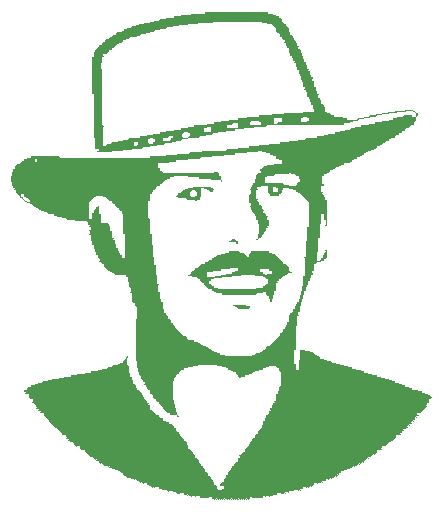
<source format=gbo>
G04*
G04 #@! TF.GenerationSoftware,Altium Limited,Altium Designer,20.2.4 (192)*
G04*
G04 Layer_Color=32896*
%FSLAX25Y25*%
%MOIN*%
G70*
G04*
G04 #@! TF.SameCoordinates,916D3FFB-3ED2-40BB-BA98-F56BCE00B8A7*
G04*
G04*
G04 #@! TF.FilePolarity,Positive*
G04*
G01*
G75*
G36*
X154637Y158025D02*
X155563D01*
Y157716D01*
X155872D01*
Y157407D01*
X156181D01*
Y157098D01*
X156490D01*
Y156789D01*
Y156481D01*
Y156172D01*
X156181D01*
Y155863D01*
X155872D01*
Y156172D01*
Y156481D01*
Y156789D01*
Y157098D01*
X155563D01*
Y157407D01*
Y157716D01*
X154637D01*
Y158025D01*
X152475D01*
Y157716D01*
X149386D01*
Y157407D01*
X148460D01*
Y157098D01*
X146607D01*
Y156789D01*
X144445D01*
Y157098D01*
X145989D01*
Y157407D01*
X146298D01*
Y157716D01*
X148768D01*
Y158025D01*
X152166D01*
Y158334D01*
X154637D01*
Y158025D01*
D02*
G37*
G36*
X144445Y156481D02*
X142592D01*
Y156172D01*
X142283D01*
Y155863D01*
X140429D01*
Y155554D01*
X138576D01*
Y155863D01*
X140121D01*
Y156172D01*
X140429D01*
Y156481D01*
X142283D01*
Y156789D01*
X144445D01*
Y156481D01*
D02*
G37*
G36*
X106456Y190454D02*
Y190145D01*
X108001D01*
Y189836D01*
X109236D01*
Y189527D01*
X110162D01*
Y189218D01*
Y188910D01*
X110780D01*
Y188601D01*
X111089D01*
Y188292D01*
Y187983D01*
Y187674D01*
X111398D01*
Y187365D01*
X111707D01*
Y187057D01*
X112015D01*
Y186748D01*
X112324D01*
Y186439D01*
Y186130D01*
X112633D01*
Y185821D01*
X112942D01*
Y185512D01*
X113251D01*
Y185204D01*
X113560D01*
Y184895D01*
Y184586D01*
Y184277D01*
X113869D01*
Y183968D01*
Y183659D01*
Y183350D01*
X114486D01*
Y183042D01*
X114795D01*
Y182733D01*
Y182424D01*
Y182115D01*
X115104D01*
Y181806D01*
Y181497D01*
X115413D01*
Y181188D01*
X115722D01*
Y180880D01*
Y180571D01*
X116031D01*
Y180262D01*
Y179953D01*
Y179644D01*
X116648D01*
Y179335D01*
X116339D01*
Y179026D01*
Y178718D01*
X116957D01*
Y178409D01*
Y178100D01*
X117266D01*
Y177791D01*
Y177482D01*
Y177173D01*
X117884D01*
Y176865D01*
Y176556D01*
Y176247D01*
X118193D01*
Y175938D01*
Y175629D01*
Y175320D01*
X118501D01*
Y175012D01*
Y174703D01*
Y174394D01*
Y174085D01*
X119119D01*
Y173776D01*
Y173467D01*
Y173158D01*
X119428D01*
Y172850D01*
Y172541D01*
Y172232D01*
Y171923D01*
X120045D01*
Y171614D01*
X119737D01*
Y171305D01*
X120354D01*
Y170996D01*
Y170688D01*
Y170379D01*
Y170070D01*
Y169761D01*
X120663D01*
Y169452D01*
Y169143D01*
X121281D01*
Y168834D01*
Y168526D01*
X120972D01*
Y168217D01*
Y167908D01*
X121590D01*
Y167599D01*
Y167290D01*
Y166981D01*
Y166673D01*
Y166364D01*
X121899D01*
Y166055D01*
Y165746D01*
X122516D01*
Y165437D01*
Y165128D01*
Y164820D01*
Y164511D01*
X122825D01*
Y164202D01*
Y163893D01*
Y163584D01*
X123443D01*
Y163275D01*
X123134D01*
Y162966D01*
Y162657D01*
Y162349D01*
X123752D01*
Y162040D01*
Y161731D01*
Y161422D01*
X124061D01*
Y161113D01*
Y160804D01*
Y160496D01*
Y160187D01*
X124678D01*
Y159878D01*
X124987D01*
Y159569D01*
Y159260D01*
X125296D01*
Y158951D01*
Y158642D01*
Y158334D01*
Y158025D01*
Y157716D01*
X126223D01*
Y157407D01*
Y157098D01*
X127149D01*
Y156789D01*
X127458D01*
Y156481D01*
X128384D01*
Y156172D01*
Y155863D01*
X131473D01*
Y155554D01*
X132708D01*
Y155245D01*
Y154936D01*
X136106D01*
Y155245D01*
X136415D01*
Y155554D01*
X138576D01*
Y155245D01*
X136723D01*
Y154936D01*
X136415D01*
Y154628D01*
X134870D01*
Y154319D01*
X133635D01*
Y154010D01*
X131782D01*
Y153701D01*
Y153392D01*
X126223D01*
Y153083D01*
X125914D01*
Y153392D01*
X113560D01*
Y153083D01*
X106147D01*
Y152774D01*
X105839D01*
Y152465D01*
X101823D01*
Y152157D01*
X98426D01*
Y151848D01*
X95338D01*
Y151539D01*
Y151230D01*
X92249D01*
Y150921D01*
X89778D01*
Y150612D01*
X87925D01*
Y150304D01*
X87616D01*
Y149995D01*
X85763D01*
Y149686D01*
X83601D01*
Y149377D01*
X83293D01*
Y149068D01*
X81439D01*
Y148759D01*
X79586D01*
Y148451D01*
X77733D01*
Y148142D01*
X77424D01*
Y147833D01*
X75880D01*
Y147524D01*
X74336D01*
Y147215D01*
X72174D01*
Y146906D01*
X71865D01*
Y146597D01*
X69394D01*
Y146289D01*
X66924D01*
Y145980D01*
X64762D01*
Y145671D01*
X64453D01*
Y145362D01*
X61055D01*
Y145053D01*
X57967D01*
Y144744D01*
Y144436D01*
X54261D01*
Y144127D01*
X49319D01*
Y144436D01*
X49937D01*
Y144744D01*
Y145053D01*
Y145362D01*
X48702D01*
Y145671D01*
Y145980D01*
Y146289D01*
Y146597D01*
Y146906D01*
Y147215D01*
Y147524D01*
Y147833D01*
Y148142D01*
Y148451D01*
Y148759D01*
Y149068D01*
X48393D01*
Y149377D01*
Y149686D01*
Y149995D01*
Y150304D01*
Y150612D01*
Y150921D01*
Y151230D01*
Y151539D01*
Y151848D01*
Y152157D01*
Y152465D01*
Y152774D01*
Y153083D01*
Y153392D01*
Y153701D01*
Y154010D01*
Y154319D01*
Y154628D01*
Y154936D01*
Y155245D01*
Y155554D01*
Y155863D01*
Y156172D01*
Y156481D01*
Y156789D01*
Y157098D01*
Y157407D01*
Y157716D01*
Y158025D01*
Y158334D01*
Y158642D01*
Y158951D01*
Y159260D01*
Y159569D01*
Y159878D01*
Y160187D01*
Y160496D01*
Y160804D01*
Y161113D01*
Y161422D01*
Y161731D01*
Y162040D01*
Y162349D01*
Y162657D01*
Y162966D01*
Y163275D01*
Y163584D01*
X47775D01*
Y163893D01*
Y164202D01*
Y164511D01*
Y164820D01*
Y165128D01*
Y165437D01*
Y165746D01*
Y166055D01*
Y166364D01*
Y166673D01*
Y166981D01*
Y167290D01*
Y167599D01*
Y167908D01*
Y168217D01*
Y168526D01*
Y168834D01*
Y169143D01*
Y169452D01*
Y169761D01*
Y170070D01*
Y170379D01*
Y170688D01*
Y170996D01*
Y171305D01*
Y171614D01*
Y171923D01*
Y172232D01*
Y172541D01*
Y172850D01*
Y173158D01*
Y173467D01*
Y173776D01*
Y174085D01*
Y174394D01*
Y174703D01*
Y175012D01*
Y175320D01*
Y175629D01*
Y175938D01*
X48393D01*
Y176247D01*
Y176556D01*
Y176865D01*
Y177173D01*
Y177482D01*
X48702D01*
Y177791D01*
Y178100D01*
Y178409D01*
X49010D01*
Y178718D01*
X49319D01*
Y179026D01*
X49628D01*
Y179335D01*
X49937D01*
Y179644D01*
X50246D01*
Y179953D01*
X51172D01*
Y180262D01*
Y180571D01*
X51481D01*
Y180880D01*
X52099D01*
Y181188D01*
Y181497D01*
X52408D01*
Y181806D01*
X53334D01*
Y182115D01*
X53643D01*
Y182424D01*
X53952D01*
Y182733D01*
X54261D01*
Y183042D01*
X54878D01*
Y183350D01*
X55805D01*
Y183659D01*
Y183968D01*
X56114D01*
Y184277D01*
X57658D01*
Y184586D01*
X58276D01*
Y184895D01*
Y185204D01*
X59511D01*
Y185512D01*
X60747D01*
Y185821D01*
X61055D01*
Y186130D01*
X62291D01*
Y186439D01*
X63526D01*
Y186748D01*
X65070D01*
Y187057D01*
Y187365D01*
X66924D01*
Y187674D01*
X68468D01*
Y187983D01*
X70012D01*
Y188292D01*
X70321D01*
Y188601D01*
X72483D01*
Y188910D01*
X74954D01*
Y189218D01*
Y189527D01*
X77424D01*
Y189836D01*
X80822D01*
Y190145D01*
X85454D01*
Y190454D01*
Y190763D01*
X106456D01*
Y190454D01*
D02*
G37*
G36*
X154328Y156172D02*
Y155863D01*
X155872D01*
Y155554D01*
Y155245D01*
Y154936D01*
Y154628D01*
X155563D01*
Y154319D01*
X154945D01*
Y154010D01*
Y153701D01*
Y153392D01*
X154637D01*
Y153083D01*
X154019D01*
Y152774D01*
X153710D01*
Y152465D01*
X153401D01*
Y152157D01*
X152475D01*
Y151848D01*
X152166D01*
Y151539D01*
Y151230D01*
X151239D01*
Y150921D01*
X150930D01*
Y150612D01*
X150004D01*
Y150304D01*
Y149995D01*
X149077D01*
Y149686D01*
X148768D01*
Y149377D01*
Y149068D01*
X147842D01*
Y148759D01*
X147533D01*
Y148451D01*
X146607D01*
Y148142D01*
Y147833D01*
X145680D01*
Y147524D01*
X145371D01*
Y147215D01*
X144753D01*
Y146906D01*
X144445D01*
Y146597D01*
X143827D01*
Y146289D01*
X142900D01*
Y145980D01*
X142592D01*
Y145671D01*
X142283D01*
Y145362D01*
X141665D01*
Y145053D01*
X140738D01*
Y144744D01*
Y144436D01*
X139812D01*
Y144127D01*
X139194D01*
Y143818D01*
X138268D01*
Y143509D01*
Y143200D01*
X137650D01*
Y142891D01*
X137032D01*
Y142582D01*
X136106D01*
Y142273D01*
Y141965D01*
X135179D01*
Y141656D01*
X134561D01*
Y141347D01*
X134253D01*
Y141038D01*
X133635D01*
Y140729D01*
X132399D01*
Y140420D01*
X131782D01*
Y140112D01*
Y139803D01*
X130855D01*
Y139494D01*
X130237D01*
Y139185D01*
X129002D01*
Y138876D01*
X128693D01*
Y138567D01*
X128076D01*
Y138259D01*
X127149D01*
Y137950D01*
Y137641D01*
X126840D01*
Y137332D01*
X125914D01*
Y137023D01*
X124987D01*
Y136714D01*
Y136405D01*
X124369D01*
Y136097D01*
Y135788D01*
Y135479D01*
Y135170D01*
Y134861D01*
Y134552D01*
Y134243D01*
Y133935D01*
Y133626D01*
X124987D01*
Y133317D01*
Y133008D01*
X124061D01*
Y132699D01*
Y132390D01*
Y132081D01*
Y131773D01*
Y131464D01*
Y131155D01*
Y130846D01*
X124678D01*
Y130537D01*
X124369D01*
Y130228D01*
X124678D01*
Y129920D01*
X124987D01*
Y129611D01*
Y129302D01*
X125296D01*
Y128993D01*
Y128684D01*
Y128375D01*
X125914D01*
Y128067D01*
Y127758D01*
Y127449D01*
X126223D01*
Y127140D01*
Y126831D01*
Y126522D01*
Y126213D01*
Y125905D01*
Y125596D01*
Y125287D01*
Y124978D01*
Y124669D01*
Y124360D01*
Y124051D01*
Y123743D01*
Y123434D01*
Y123125D01*
Y122816D01*
Y122507D01*
Y122198D01*
Y121889D01*
Y121581D01*
Y121272D01*
Y120963D01*
Y120654D01*
Y120345D01*
Y120036D01*
Y119728D01*
Y119419D01*
Y119110D01*
Y118801D01*
Y118492D01*
Y118183D01*
Y117875D01*
Y117566D01*
Y117257D01*
Y116948D01*
Y116639D01*
Y116330D01*
Y116021D01*
Y115712D01*
Y115404D01*
Y115095D01*
Y114786D01*
Y114477D01*
Y114168D01*
Y113859D01*
Y113551D01*
Y113242D01*
Y112933D01*
Y112624D01*
Y112315D01*
Y112006D01*
Y111697D01*
Y111389D01*
Y111080D01*
Y110771D01*
Y110462D01*
Y110153D01*
Y109844D01*
Y109536D01*
Y109227D01*
X125914D01*
Y108918D01*
X125605D01*
Y108609D01*
X124987D01*
Y108300D01*
Y107991D01*
X124061D01*
Y107683D01*
X122825D01*
Y107374D01*
X122516D01*
Y107065D01*
Y106756D01*
X121899D01*
Y106447D01*
Y106138D01*
Y105829D01*
X121590D01*
Y105520D01*
Y105212D01*
Y104903D01*
Y104594D01*
X120972D01*
Y104285D01*
Y103976D01*
X121281D01*
Y103667D01*
Y103359D01*
X120663D01*
Y103050D01*
Y102741D01*
Y102432D01*
Y102123D01*
X120354D01*
Y101814D01*
Y101505D01*
Y101197D01*
X119737D01*
Y100888D01*
Y100579D01*
Y100270D01*
Y99961D01*
X119428D01*
Y99652D01*
Y99344D01*
X119119D01*
Y99035D01*
Y98726D01*
Y98417D01*
Y98108D01*
Y97799D01*
X118501D01*
Y97490D01*
Y97182D01*
Y96873D01*
Y96564D01*
X118193D01*
Y96255D01*
Y95946D01*
Y95637D01*
Y95328D01*
X117884D01*
Y95020D01*
Y94711D01*
Y94402D01*
Y94093D01*
X117266D01*
Y93784D01*
Y93475D01*
Y93167D01*
Y92858D01*
X116957D01*
Y92549D01*
Y92240D01*
Y91931D01*
Y91622D01*
Y91313D01*
Y91005D01*
X116339D01*
Y90696D01*
Y90387D01*
Y90078D01*
Y89769D01*
X116648D01*
Y89460D01*
X116031D01*
Y89152D01*
Y88843D01*
Y88534D01*
Y88225D01*
Y87916D01*
Y87607D01*
Y87299D01*
Y86990D01*
Y86681D01*
Y86372D01*
X115722D01*
Y86063D01*
Y85754D01*
Y85445D01*
Y85136D01*
Y84828D01*
Y84519D01*
Y84210D01*
Y83901D01*
Y83592D01*
Y83283D01*
Y82975D01*
Y82666D01*
Y82357D01*
Y82048D01*
Y81739D01*
Y81430D01*
Y81121D01*
Y80813D01*
Y80504D01*
Y80195D01*
Y79886D01*
Y79577D01*
Y79268D01*
Y78960D01*
Y78651D01*
Y78342D01*
X115104D01*
Y78033D01*
Y77724D01*
Y77415D01*
Y77106D01*
Y76798D01*
Y76489D01*
Y76180D01*
Y75871D01*
Y75562D01*
Y75253D01*
Y74945D01*
Y74636D01*
Y74327D01*
Y74018D01*
Y73709D01*
X115722D01*
Y73400D01*
Y73091D01*
Y72783D01*
Y72474D01*
Y72165D01*
Y71856D01*
Y71547D01*
X116648D01*
Y71856D01*
Y72165D01*
Y72474D01*
Y72783D01*
Y73091D01*
Y73400D01*
Y73709D01*
Y74018D01*
Y74327D01*
Y74636D01*
Y74945D01*
X116957D01*
Y75253D01*
Y75562D01*
Y75871D01*
Y76180D01*
Y76489D01*
Y76798D01*
Y77106D01*
Y77415D01*
Y77724D01*
Y78033D01*
Y78342D01*
X118810D01*
Y78033D01*
X120354D01*
Y77724D01*
Y77415D01*
X121281D01*
Y77106D01*
X121899D01*
Y76798D01*
X122207D01*
Y76489D01*
X122825D01*
Y76180D01*
X123443D01*
Y75871D01*
X123752D01*
Y75562D01*
Y75253D01*
X124987D01*
Y74945D01*
X126223D01*
Y74636D01*
X127458D01*
Y74327D01*
X127767D01*
Y74018D01*
X129002D01*
Y73709D01*
X130546D01*
Y73400D01*
X130855D01*
Y73091D01*
X131782D01*
Y72783D01*
X133017D01*
Y72474D01*
X134253D01*
Y72165D01*
X134561D01*
Y71856D01*
X135797D01*
Y71547D01*
X137341D01*
Y71238D01*
X138576D01*
Y70929D01*
Y70621D01*
X139812D01*
Y70312D01*
X141047D01*
Y70003D01*
X142900D01*
Y69694D01*
Y69385D01*
X144136D01*
Y69076D01*
X145371D01*
Y68767D01*
Y68459D01*
X146607D01*
Y68150D01*
X147842D01*
Y67841D01*
X148768D01*
Y67532D01*
Y67223D01*
X150004D01*
Y66914D01*
X150930D01*
Y66606D01*
X152166D01*
Y66297D01*
Y65988D01*
X153401D01*
Y65679D01*
X154328D01*
Y65370D01*
Y65061D01*
X155563D01*
Y64753D01*
X156490D01*
Y64444D01*
X157725D01*
Y64135D01*
Y63826D01*
X158652D01*
Y63517D01*
X159887D01*
Y63208D01*
X160505D01*
Y62899D01*
X160814D01*
Y62591D01*
X161122D01*
Y62282D01*
X160814D01*
Y61973D01*
X160196D01*
Y61664D01*
Y61355D01*
Y61046D01*
Y60738D01*
X159887D01*
Y60429D01*
X159578D01*
Y60120D01*
X159269D01*
Y59811D01*
X158960D01*
Y59502D01*
X159269D01*
Y59193D01*
X158960D01*
Y58884D01*
X158652D01*
Y58575D01*
X158343D01*
Y58267D01*
X158034D01*
Y57958D01*
X157725D01*
Y57649D01*
X157416D01*
Y57340D01*
X156181D01*
Y57031D01*
Y56722D01*
Y56414D01*
X156799D01*
Y56105D01*
X155872D01*
Y55796D01*
X156181D01*
Y55487D01*
X155872D01*
Y55796D01*
X155563D01*
Y55487D01*
X155254D01*
Y55178D01*
X155563D01*
Y54869D01*
X154637D01*
Y54561D01*
X154945D01*
Y54252D01*
X154637D01*
Y54561D01*
X154328D01*
Y54252D01*
X154019D01*
Y53943D01*
X154328D01*
Y53634D01*
X153401D01*
Y53325D01*
X153710D01*
Y53016D01*
X153401D01*
Y53325D01*
X153092D01*
Y53016D01*
X152784D01*
Y52707D01*
X153092D01*
Y52399D01*
X152166D01*
Y52090D01*
X152475D01*
Y51781D01*
X151548D01*
Y51472D01*
X151857D01*
Y51163D01*
X150930D01*
Y50854D01*
X151239D01*
Y50546D01*
X150313D01*
Y50237D01*
X150622D01*
Y49928D01*
X149077D01*
Y49619D01*
Y49310D01*
Y49001D01*
X148768D01*
Y48692D01*
X148460D01*
Y48384D01*
X148151D01*
Y48075D01*
X147842D01*
Y47766D01*
X147533D01*
Y47457D01*
X147224D01*
Y47148D01*
X146915D01*
Y47457D01*
X146607D01*
Y47148D01*
X146298D01*
Y46839D01*
X145989D01*
Y46530D01*
X145680D01*
Y46222D01*
X144445D01*
Y45913D01*
Y45604D01*
X144136D01*
Y45295D01*
X144445D01*
Y44986D01*
X142592D01*
Y44677D01*
Y44368D01*
Y44060D01*
Y43751D01*
X142283D01*
Y43442D01*
X141974D01*
Y43133D01*
X141665D01*
Y43442D01*
X141356D01*
Y43133D01*
X141047D01*
Y42824D01*
X140738D01*
Y42515D01*
X139812D01*
Y42207D01*
X140121D01*
Y41898D01*
X139812D01*
Y42207D01*
X139503D01*
Y41898D01*
X139194D01*
Y41589D01*
X138885D01*
Y41280D01*
X138576D01*
Y40971D01*
X138268D01*
Y40662D01*
X137959D01*
Y40971D01*
X137650D01*
Y40662D01*
X137341D01*
Y40353D01*
X137032D01*
Y40662D01*
X136723D01*
Y40353D01*
X137032D01*
Y40045D01*
X136723D01*
Y40353D01*
X136415D01*
Y40045D01*
X136106D01*
Y39736D01*
X136415D01*
Y39427D01*
X136106D01*
Y39736D01*
X135797D01*
Y39427D01*
X135488D01*
Y39118D01*
X135179D01*
Y39427D01*
X134870D01*
Y39118D01*
X134561D01*
Y38809D01*
X133635D01*
Y38500D01*
X132708D01*
Y38192D01*
X131782D01*
Y37883D01*
X130855D01*
Y37574D01*
Y37265D01*
X129929D01*
Y36956D01*
Y36647D01*
X129620D01*
Y36956D01*
X129311D01*
Y36647D01*
X129620D01*
Y36338D01*
X129311D01*
Y36030D01*
X129002D01*
Y36338D01*
X128693D01*
Y36030D01*
X128384D01*
Y35721D01*
X127458D01*
Y35412D01*
X127767D01*
Y35103D01*
X127458D01*
Y35412D01*
X127149D01*
Y35721D01*
X126840D01*
Y35412D01*
X127149D01*
Y35103D01*
X126840D01*
Y34794D01*
X126531D01*
Y35103D01*
X126223D01*
Y34794D01*
X125914D01*
Y35103D01*
X125605D01*
Y34794D01*
Y34485D01*
X124369D01*
Y34176D01*
X124678D01*
Y33868D01*
X124369D01*
Y34176D01*
X124061D01*
Y33868D01*
X123134D01*
Y33559D01*
X122825D01*
Y33868D01*
X121899D01*
Y33559D01*
Y33250D01*
X121281D01*
Y32941D01*
X120972D01*
Y32632D01*
X120663D01*
Y32941D01*
X120354D01*
Y32632D01*
X120045D01*
Y32323D01*
X119737D01*
Y32632D01*
X119428D01*
Y32323D01*
X119119D01*
Y32632D01*
X118193D01*
Y32323D01*
Y32015D01*
X116957D01*
Y31706D01*
X117266D01*
Y31397D01*
X116957D01*
Y31706D01*
X116648D01*
Y31397D01*
X116339D01*
Y31706D01*
X115104D01*
Y31397D01*
Y31088D01*
X114486D01*
Y31397D01*
X113560D01*
Y31088D01*
Y30779D01*
X113251D01*
Y30470D01*
X112942D01*
Y30779D01*
X112015D01*
Y30470D01*
X112324D01*
Y30161D01*
X112015D01*
Y30470D01*
X111707D01*
Y30161D01*
X110780D01*
Y30470D01*
X109545D01*
Y30161D01*
Y29853D01*
X109236D01*
Y30161D01*
X108927D01*
Y29853D01*
X109236D01*
Y29544D01*
X108927D01*
Y29853D01*
X108001D01*
Y29544D01*
X107074D01*
Y29235D01*
X106765D01*
Y29544D01*
X105839D01*
Y29235D01*
X105530D01*
Y29544D01*
X104603D01*
Y29235D01*
Y28926D01*
X101206D01*
Y29235D01*
X100279D01*
Y28926D01*
Y28617D01*
X99970D01*
Y28308D01*
X99661D01*
Y28617D01*
X99353D01*
Y28926D01*
X99044D01*
Y28617D01*
X99353D01*
Y28308D01*
X99044D01*
Y28617D01*
X98735D01*
Y28308D01*
X98426D01*
Y28617D01*
X98117D01*
Y28308D01*
X97808D01*
Y28617D01*
X97500D01*
Y28308D01*
X97191D01*
Y28617D01*
X96882D01*
Y28926D01*
X96573D01*
Y28617D01*
X96882D01*
Y28308D01*
X96573D01*
Y28617D01*
X96264D01*
Y28308D01*
X95955D01*
Y28617D01*
X95647D01*
Y28308D01*
X95338D01*
Y28617D01*
X95029D01*
Y28308D01*
X94720D01*
Y28617D01*
X94411D01*
Y28926D01*
X94102D01*
Y28617D01*
X94411D01*
Y28308D01*
X94102D01*
Y28617D01*
X93793D01*
Y28308D01*
X93484D01*
Y28617D01*
X93176D01*
Y28308D01*
X92867D01*
Y28617D01*
X92558D01*
Y28308D01*
X92249D01*
Y28617D01*
X91940D01*
Y28926D01*
X91632D01*
Y28617D01*
X91940D01*
Y28308D01*
X91632D01*
Y28617D01*
X91323D01*
Y28308D01*
X91014D01*
Y28617D01*
X90705D01*
Y28308D01*
X90396D01*
Y28617D01*
X90087D01*
Y28308D01*
X89778D01*
Y28617D01*
X89469D01*
Y28926D01*
X89161D01*
Y28617D01*
X89469D01*
Y28308D01*
X89161D01*
Y28617D01*
X88852D01*
Y28308D01*
X88543D01*
Y28617D01*
X88234D01*
Y28308D01*
X87925D01*
Y28617D01*
X87616D01*
Y28926D01*
Y29235D01*
X86690D01*
Y28926D01*
X83601D01*
Y29235D01*
Y29544D01*
X82366D01*
Y29235D01*
X82057D01*
Y29544D01*
X81131D01*
Y29235D01*
X80822D01*
Y29544D01*
X80204D01*
Y29853D01*
X79586D01*
Y30161D01*
X79277D01*
Y29853D01*
X79586D01*
Y29544D01*
X79277D01*
Y29853D01*
X78351D01*
Y30161D01*
Y30470D01*
X77116D01*
Y30161D01*
X76189D01*
Y30470D01*
X75880D01*
Y30779D01*
X74645D01*
Y31088D01*
Y31397D01*
X73718D01*
Y31088D01*
X73409D01*
Y31397D01*
X73101D01*
Y31088D01*
X73409D01*
Y30779D01*
X73101D01*
Y31088D01*
X72792D01*
Y31397D01*
Y31706D01*
X71556D01*
Y31397D01*
X71248D01*
Y31706D01*
X70939D01*
Y32015D01*
X70012D01*
Y32323D01*
Y32632D01*
X68777D01*
Y32323D01*
X68468D01*
Y32632D01*
X68159D01*
Y32323D01*
X67850D01*
Y32632D01*
X67541D01*
Y32941D01*
X67232D01*
Y32632D01*
X66924D01*
Y32941D01*
X66615D01*
Y33250D01*
X65997D01*
Y33559D01*
Y33868D01*
X65070D01*
Y33559D01*
X64762D01*
Y33868D01*
X64453D01*
Y34176D01*
X64144D01*
Y33868D01*
X63835D01*
Y34176D01*
X63526D01*
Y34485D01*
X62600D01*
Y34794D01*
X62291D01*
Y35103D01*
X61982D01*
Y34794D01*
X61673D01*
Y35103D01*
X60747D01*
Y35412D01*
X60438D01*
Y35721D01*
X59511D01*
Y36030D01*
X59202D01*
Y36338D01*
X58276D01*
Y36647D01*
X57967D01*
Y36956D01*
Y37265D01*
X57349D01*
Y37574D01*
X57040D01*
Y37883D01*
X56423D01*
Y38192D01*
X55496D01*
Y38500D01*
X54261D01*
Y38809D01*
X53334D01*
Y39118D01*
X53025D01*
Y39427D01*
X52716D01*
Y39736D01*
X52408D01*
Y39427D01*
X52099D01*
Y39736D01*
X51790D01*
Y40045D01*
X51481D01*
Y40353D01*
X51172D01*
Y40662D01*
X50863D01*
Y40353D01*
X50555D01*
Y40662D01*
X50246D01*
Y40971D01*
X49937D01*
Y41280D01*
X49010D01*
Y41589D01*
X48702D01*
Y41898D01*
X48393D01*
Y42207D01*
X48084D01*
Y42515D01*
X47157D01*
Y42824D01*
X46848D01*
Y43133D01*
X46540D01*
Y43442D01*
X46231D01*
Y43751D01*
X45304D01*
Y44060D01*
X45613D01*
Y44368D01*
X45304D01*
Y44677D01*
Y44986D01*
X44069D01*
Y45295D01*
X43760D01*
Y45604D01*
Y45913D01*
Y46222D01*
X42833D01*
Y45913D01*
X42524D01*
Y46222D01*
X42216D01*
Y46530D01*
X41907D01*
Y46839D01*
X41598D01*
Y47148D01*
X41289D01*
Y47457D01*
X40363D01*
Y47766D01*
X40671D01*
Y48075D01*
X39745D01*
Y48384D01*
X40054D01*
Y48692D01*
X39127D01*
Y49001D01*
X39436D01*
Y49310D01*
X39127D01*
Y49619D01*
Y49928D01*
X37892D01*
Y50237D01*
X37583D01*
Y50546D01*
X37274D01*
Y50854D01*
X36965D01*
Y51163D01*
X36656D01*
Y51472D01*
X36348D01*
Y51781D01*
X36039D01*
Y52090D01*
X35730D01*
Y52399D01*
X35421D01*
Y52707D01*
X35112D01*
Y53016D01*
X34803D01*
Y53325D01*
X34495D01*
Y53634D01*
X34186D01*
Y53943D01*
X33877D01*
Y54252D01*
X33568D01*
Y54561D01*
X33259D01*
Y54869D01*
X32950D01*
Y55178D01*
X32641D01*
Y55487D01*
X32333D01*
Y55796D01*
X32024D01*
Y56105D01*
X31715D01*
Y56414D01*
Y56722D01*
Y57031D01*
Y57340D01*
X30479D01*
Y57649D01*
X30788D01*
Y57958D01*
X29862D01*
Y58267D01*
X30171D01*
Y58575D01*
X29244D01*
Y58884D01*
X29553D01*
Y59193D01*
X28935D01*
Y59502D01*
Y59811D01*
X28626D01*
Y60120D01*
X28317D01*
Y60429D01*
X28009D01*
Y60738D01*
X27700D01*
Y61046D01*
X28009D01*
Y61355D01*
Y61664D01*
Y61973D01*
X27082D01*
Y62282D01*
X26773D01*
Y62591D01*
Y62899D01*
Y63208D01*
Y63517D01*
X25538D01*
Y63826D01*
X25847D01*
Y64135D01*
X24920D01*
Y64444D01*
X25229D01*
Y64753D01*
X25847D01*
Y65061D01*
X26155D01*
Y65370D01*
Y65679D01*
X26464D01*
Y65988D01*
X27391D01*
Y66297D01*
Y66606D01*
X28626D01*
Y66914D01*
X29862D01*
Y67223D01*
X31097D01*
Y67532D01*
X31406D01*
Y67841D01*
X32950D01*
Y68150D01*
X34495D01*
Y68459D01*
X36656D01*
Y68767D01*
Y69076D01*
X38510D01*
Y69385D01*
X40671D01*
Y69694D01*
Y70003D01*
X42833D01*
Y70312D01*
X45304D01*
Y70621D01*
X47466D01*
Y70929D01*
Y71238D01*
X49628D01*
Y71547D01*
X51172D01*
Y71856D01*
X52716D01*
Y72165D01*
X53025D01*
Y72474D01*
X54261D01*
Y72783D01*
X54878D01*
Y73091D01*
X55805D01*
Y73400D01*
X56423D01*
Y73709D01*
X57040D01*
Y74018D01*
X57967D01*
Y74327D01*
Y74636D01*
X58276D01*
Y74945D01*
X58894D01*
Y75253D01*
X59202D01*
Y75562D01*
Y75871D01*
X59511D01*
Y76180D01*
X59820D01*
Y75871D01*
Y75562D01*
X59511D01*
Y75253D01*
Y74945D01*
Y74636D01*
Y74327D01*
Y74018D01*
Y73709D01*
Y73400D01*
Y73091D01*
X59820D01*
Y72783D01*
X60129D01*
Y72474D01*
Y72165D01*
Y71856D01*
Y71547D01*
Y71238D01*
Y70929D01*
Y70621D01*
X60438D01*
Y70312D01*
Y70003D01*
Y69694D01*
Y69385D01*
X61055D01*
Y69076D01*
Y68767D01*
Y68459D01*
Y68150D01*
X61364D01*
Y67841D01*
Y67532D01*
Y67223D01*
Y66914D01*
X61982D01*
Y66606D01*
X62291D01*
Y66297D01*
Y65988D01*
Y65679D01*
X62600D01*
Y65370D01*
X62909D01*
Y65061D01*
X63217D01*
Y64753D01*
X63526D01*
Y64444D01*
X63835D01*
Y64135D01*
X64144D01*
Y63826D01*
X64453D01*
Y63517D01*
Y63208D01*
X64762D01*
Y62899D01*
Y62591D01*
X65070D01*
Y62282D01*
Y61973D01*
X65379D01*
Y61664D01*
X65688D01*
Y61355D01*
X65997D01*
Y61046D01*
Y60738D01*
Y60429D01*
X66615D01*
Y60120D01*
X66306D01*
Y59811D01*
X66924D01*
Y59502D01*
Y59193D01*
X67232D01*
Y58884D01*
Y58575D01*
Y58267D01*
X67850D01*
Y57958D01*
X68159D01*
Y57649D01*
X68468D01*
Y57340D01*
X68777D01*
Y57031D01*
X69086D01*
Y56722D01*
X69394D01*
Y56414D01*
X70012D01*
Y56105D01*
Y55796D01*
X70321D01*
Y55487D01*
X71248D01*
Y55178D01*
X71556D01*
Y54869D01*
Y54561D01*
X72483D01*
Y54252D01*
X73409D01*
Y53943D01*
Y53634D01*
X74336D01*
Y53325D01*
X74645D01*
Y53016D01*
X74954D01*
Y52707D01*
Y52399D01*
X75571D01*
Y52090D01*
X75880D01*
Y51781D01*
Y51472D01*
Y51163D01*
X76189D01*
Y50854D01*
X76807D01*
Y50546D01*
Y50237D01*
X77116D01*
Y49928D01*
Y49619D01*
X77424D01*
Y49310D01*
X77733D01*
Y49001D01*
X78042D01*
Y48692D01*
X78351D01*
Y48384D01*
Y48075D01*
Y47766D01*
X78969D01*
Y47457D01*
X79277D01*
Y47148D01*
Y46839D01*
Y46530D01*
X79586D01*
Y46222D01*
X79895D01*
Y45913D01*
Y45604D01*
Y45295D01*
X80513D01*
Y44986D01*
X80822D01*
Y44677D01*
X81131D01*
Y44368D01*
X81439D01*
Y44060D01*
X81131D01*
Y43751D01*
X81439D01*
Y43442D01*
X81748D01*
Y43133D01*
X82057D01*
Y42824D01*
Y42515D01*
Y42207D01*
X82675D01*
Y41898D01*
X82984D01*
Y41589D01*
X83293D01*
Y41280D01*
Y40971D01*
Y40662D01*
X83910D01*
Y40353D01*
X84219D01*
Y40045D01*
Y39736D01*
Y39427D01*
X84837D01*
Y39118D01*
Y38809D01*
X85146D01*
Y38500D01*
X85454D01*
Y38192D01*
Y37883D01*
Y37574D01*
X86072D01*
Y37265D01*
X86381D01*
Y36956D01*
Y36647D01*
Y36338D01*
X86999D01*
Y36030D01*
X87308D01*
Y35721D01*
Y35412D01*
Y35103D01*
X87616D01*
Y34794D01*
X88234D01*
Y34485D01*
Y34176D01*
X88543D01*
Y33868D01*
Y33559D01*
Y33250D01*
X89161D01*
Y32941D01*
X89469D01*
Y32632D01*
Y32323D01*
Y32015D01*
X89778D01*
Y31706D01*
X91014D01*
Y32015D01*
X91632D01*
Y32323D01*
Y32632D01*
Y32941D01*
X90396D01*
Y33250D01*
Y33559D01*
X90705D01*
Y33868D01*
X91014D01*
Y34176D01*
X91632D01*
Y34485D01*
Y34794D01*
Y35103D01*
X91940D01*
Y35412D01*
X92249D01*
Y35721D01*
Y36030D01*
Y36338D01*
X92558D01*
Y36647D01*
X93176D01*
Y36956D01*
Y37265D01*
Y37574D01*
X93484D01*
Y37883D01*
X93793D01*
Y38192D01*
X94102D01*
Y38500D01*
Y38809D01*
X94411D01*
Y39118D01*
Y39427D01*
X95029D01*
Y39736D01*
Y40045D01*
Y40353D01*
X95338D01*
Y40662D01*
X95647D01*
Y40971D01*
X96264D01*
Y41280D01*
Y41589D01*
Y41898D01*
X96573D01*
Y42207D01*
X97191D01*
Y42515D01*
Y42824D01*
X96882D01*
Y43133D01*
X97500D01*
Y43442D01*
X97808D01*
Y43751D01*
Y44060D01*
X98117D01*
Y44368D01*
X98735D01*
Y44677D01*
Y44986D01*
Y45295D01*
X99044D01*
Y45604D01*
X99353D01*
Y45913D01*
X99661D01*
Y46222D01*
X99970D01*
Y46530D01*
Y46839D01*
X100279D01*
Y47148D01*
Y47457D01*
X100897D01*
Y47766D01*
X101206D01*
Y48075D01*
Y48384D01*
Y48692D01*
X101515D01*
Y49001D01*
X102132D01*
Y49310D01*
Y49619D01*
Y49928D01*
X102441D01*
Y50237D01*
X103059D01*
Y50546D01*
Y50854D01*
Y51163D01*
X103368D01*
Y51472D01*
X103676D01*
Y51781D01*
X103985D01*
Y52090D01*
X103676D01*
Y52399D01*
X104294D01*
Y52707D01*
Y53016D01*
Y53325D01*
X104603D01*
Y53634D01*
Y53943D01*
Y54252D01*
X104912D01*
Y54561D01*
X105530D01*
Y54869D01*
Y55178D01*
Y55487D01*
X105839D01*
Y55796D01*
Y56105D01*
Y56414D01*
X106456D01*
Y56722D01*
Y57031D01*
X106765D01*
Y57340D01*
Y57649D01*
Y57958D01*
X107383D01*
Y58267D01*
X107074D01*
Y58575D01*
Y58884D01*
X107692D01*
Y59193D01*
Y59502D01*
Y59811D01*
X108001D01*
Y60120D01*
Y60429D01*
X108618D01*
Y60738D01*
Y61046D01*
X108309D01*
Y61355D01*
X108927D01*
Y61664D01*
Y61973D01*
Y62282D01*
X109236D01*
Y62591D01*
Y62899D01*
Y63208D01*
Y63517D01*
X109853D01*
Y63826D01*
Y64135D01*
Y64444D01*
X110162D01*
Y64753D01*
Y65061D01*
Y65370D01*
Y65679D01*
Y65988D01*
X110471D01*
Y66297D01*
X110780D01*
Y66606D01*
Y66914D01*
Y67223D01*
Y67532D01*
Y67841D01*
Y68150D01*
Y68459D01*
Y68767D01*
Y69076D01*
Y69385D01*
Y69694D01*
Y70003D01*
Y70312D01*
Y70621D01*
Y70929D01*
X110471D01*
Y71238D01*
X110162D01*
Y71547D01*
Y71856D01*
Y72165D01*
X109545D01*
Y72474D01*
X109236D01*
Y72783D01*
X106765D01*
Y72474D01*
X105839D01*
Y72165D01*
X104603D01*
Y71856D01*
Y71547D01*
X103368D01*
Y71238D01*
X102132D01*
Y70929D01*
X101515D01*
Y70621D01*
X101206D01*
Y70312D01*
X99970D01*
Y70003D01*
X98735D01*
Y69694D01*
Y69385D01*
X97500D01*
Y69076D01*
X96882D01*
Y69385D01*
X96573D01*
Y69694D01*
Y70003D01*
X95955D01*
Y70312D01*
X95647D01*
Y70621D01*
Y70929D01*
X94720D01*
Y71238D01*
X94102D01*
Y71547D01*
X93176D01*
Y71856D01*
Y72165D01*
X92249D01*
Y72474D01*
X91014D01*
Y72783D01*
X89469D01*
Y73091D01*
X89161D01*
Y73400D01*
X82984D01*
Y73091D01*
Y72783D01*
X81439D01*
Y72474D01*
X79586D01*
Y72165D01*
X78351D01*
Y71856D01*
Y71547D01*
X77424D01*
Y71238D01*
X77116D01*
Y70929D01*
X76807D01*
Y70621D01*
Y70312D01*
X76189D01*
Y70003D01*
X75880D01*
Y69694D01*
Y69385D01*
X75262D01*
Y69076D01*
Y68767D01*
X74954D01*
Y68459D01*
Y68150D01*
Y67841D01*
X74645D01*
Y67532D01*
Y67223D01*
Y66914D01*
Y66606D01*
Y66297D01*
Y65988D01*
Y65679D01*
Y65370D01*
Y65061D01*
Y64753D01*
Y64444D01*
Y64135D01*
Y63826D01*
Y63517D01*
Y63208D01*
Y62899D01*
Y62591D01*
Y62282D01*
Y61973D01*
Y61664D01*
X74954D01*
Y61355D01*
Y61046D01*
Y60738D01*
Y60429D01*
Y60120D01*
X75262D01*
Y59811D01*
Y59502D01*
Y59193D01*
Y58884D01*
X75880D01*
Y58575D01*
Y58267D01*
Y57958D01*
Y57649D01*
X76189D01*
Y57340D01*
Y57031D01*
Y56722D01*
Y56414D01*
X76498D01*
Y56105D01*
X76807D01*
Y55796D01*
X76189D01*
Y56105D01*
Y56414D01*
X74645D01*
Y56722D01*
X73718D01*
Y57031D01*
Y57340D01*
X72792D01*
Y57649D01*
X72483D01*
Y57958D01*
X72174D01*
Y58267D01*
X71865D01*
Y58575D01*
X71556D01*
Y58884D01*
X71248D01*
Y59193D01*
X70939D01*
Y59502D01*
X70630D01*
Y59811D01*
X70321D01*
Y60120D01*
X70012D01*
Y60429D01*
Y60738D01*
Y61046D01*
X69394D01*
Y61355D01*
X69086D01*
Y61664D01*
Y61973D01*
X68468D01*
Y62282D01*
X68159D01*
Y62591D01*
Y62899D01*
Y63208D01*
X67850D01*
Y63517D01*
X67232D01*
Y63826D01*
Y64135D01*
X66924D01*
Y64444D01*
Y64753D01*
X66615D01*
Y65061D01*
X66306D01*
Y65370D01*
X65997D01*
Y65679D01*
Y65988D01*
X65688D01*
Y66297D01*
Y66606D01*
X65070D01*
Y66914D01*
X65379D01*
Y67223D01*
Y67532D01*
X64762D01*
Y67841D01*
Y68150D01*
X64453D01*
Y68459D01*
X64144D01*
Y68767D01*
X63835D01*
Y69076D01*
X64144D01*
Y69385D01*
Y69694D01*
X63835D01*
Y70003D01*
X63526D01*
Y70312D01*
Y70621D01*
Y70929D01*
X63217D01*
Y71238D01*
Y71547D01*
Y71856D01*
Y72165D01*
X62600D01*
Y72474D01*
Y72783D01*
Y73091D01*
Y73400D01*
Y73709D01*
Y74018D01*
Y74327D01*
Y74636D01*
X62291D01*
Y74945D01*
Y75253D01*
Y75562D01*
Y75871D01*
Y76180D01*
Y76489D01*
Y76798D01*
Y77106D01*
Y77415D01*
Y77724D01*
Y78033D01*
Y78342D01*
Y78651D01*
Y78960D01*
Y79268D01*
Y79577D01*
Y79886D01*
Y80195D01*
Y80504D01*
Y80813D01*
Y81121D01*
Y81430D01*
Y81739D01*
Y82048D01*
Y82357D01*
Y82666D01*
Y82975D01*
Y83283D01*
Y83592D01*
Y83901D01*
Y84210D01*
Y84519D01*
Y84828D01*
Y85136D01*
Y85445D01*
Y85754D01*
Y86063D01*
Y86372D01*
Y86681D01*
Y86990D01*
Y87299D01*
Y87607D01*
Y87916D01*
Y88225D01*
Y88534D01*
X62600D01*
Y88843D01*
Y89152D01*
Y89460D01*
Y89769D01*
Y90078D01*
Y90387D01*
Y90696D01*
Y91005D01*
Y91313D01*
Y91622D01*
Y91931D01*
Y92240D01*
Y92549D01*
X62291D01*
Y92858D01*
X61982D01*
Y93167D01*
Y93475D01*
Y93784D01*
X61364D01*
Y94093D01*
Y94402D01*
X61055D01*
Y94711D01*
Y95020D01*
Y95328D01*
Y95637D01*
Y95946D01*
Y96255D01*
Y96564D01*
Y96873D01*
Y97182D01*
X60438D01*
Y97490D01*
X60747D01*
Y97799D01*
Y98108D01*
Y98417D01*
Y98726D01*
Y99035D01*
X60438D01*
Y99344D01*
X60129D01*
Y99652D01*
Y99961D01*
Y100270D01*
Y100579D01*
Y100888D01*
X59820D01*
Y101197D01*
Y101505D01*
Y101814D01*
Y102123D01*
Y102432D01*
X59511D01*
Y102741D01*
X59202D01*
Y103050D01*
Y103359D01*
X55496D01*
Y103667D01*
X55187D01*
Y103976D01*
X54261D01*
Y104285D01*
X53643D01*
Y104594D01*
X53025D01*
Y104903D01*
X52716D01*
Y105212D01*
X52408D01*
Y105520D01*
X52099D01*
Y105829D01*
X51790D01*
Y106138D01*
Y106447D01*
Y106756D01*
X51172D01*
Y107065D01*
Y107374D01*
X50863D01*
Y107683D01*
X50246D01*
Y107991D01*
X50555D01*
Y108300D01*
Y108609D01*
X49937D01*
Y108918D01*
X49628D01*
Y109227D01*
Y109536D01*
Y109844D01*
X49010D01*
Y110153D01*
Y110462D01*
Y110771D01*
X48702D01*
Y111080D01*
Y111389D01*
Y111697D01*
Y112006D01*
X48393D01*
Y112315D01*
Y112624D01*
Y112933D01*
Y113242D01*
X47775D01*
Y113551D01*
Y113859D01*
Y114168D01*
Y114477D01*
X47466D01*
Y114786D01*
Y115095D01*
Y115404D01*
Y115712D01*
Y116021D01*
Y116330D01*
Y116639D01*
X46848D01*
Y116948D01*
X47157D01*
Y117257D01*
Y117566D01*
Y117875D01*
X46848D01*
Y118183D01*
X47466D01*
Y118492D01*
Y118801D01*
Y119110D01*
X46848D01*
Y119419D01*
X47157D01*
Y119728D01*
Y120036D01*
X46540D01*
Y120345D01*
Y120654D01*
Y120963D01*
X45922D01*
Y121272D01*
X42216D01*
Y121581D01*
X39436D01*
Y121889D01*
X39127D01*
Y122198D01*
X37583D01*
Y122507D01*
X36039D01*
Y122816D01*
X35112D01*
Y123125D01*
Y123434D01*
X33877D01*
Y123743D01*
X32950D01*
Y124051D01*
X32641D01*
Y124360D01*
X31715D01*
Y124669D01*
X30788D01*
Y124978D01*
X30171D01*
Y125287D01*
X29862D01*
Y125596D01*
X29244D01*
Y125905D01*
X28317D01*
Y126213D01*
X28009D01*
Y126522D01*
X27700D01*
Y126831D01*
X27082D01*
Y127140D01*
X26155D01*
Y127449D01*
X25538D01*
Y127758D01*
X25229D01*
Y128067D01*
X24920D01*
Y128375D01*
X24611D01*
Y128684D01*
X24303D01*
Y128993D01*
X23685D01*
Y129302D01*
Y129611D01*
X23376D01*
Y129920D01*
X23067D01*
Y130228D01*
X22758D01*
Y130537D01*
X22449D01*
Y130846D01*
Y131155D01*
Y131464D01*
X21832D01*
Y131773D01*
X22140D01*
Y132081D01*
Y132390D01*
X21523D01*
Y132699D01*
Y133008D01*
X21214D01*
Y133317D01*
Y133626D01*
Y133935D01*
Y134243D01*
X20905D01*
Y134552D01*
X20596D01*
Y134861D01*
X20905D01*
Y135170D01*
Y135479D01*
Y135788D01*
Y136097D01*
X20596D01*
Y136405D01*
X21214D01*
Y136714D01*
Y137023D01*
Y137332D01*
Y137641D01*
X21523D01*
Y137950D01*
Y138259D01*
Y138567D01*
X22140D01*
Y138876D01*
Y139185D01*
Y139494D01*
X22449D01*
Y139803D01*
X22758D01*
Y140112D01*
X23685D01*
Y140420D01*
Y140729D01*
X23994D01*
Y141038D01*
X24303D01*
Y141347D01*
X25229D01*
Y141656D01*
Y141965D01*
X26155D01*
Y142273D01*
X27391D01*
Y142582D01*
Y142891D01*
X36656D01*
Y142582D01*
X36965D01*
Y142273D01*
X67232D01*
Y142582D01*
Y142891D01*
X72483D01*
Y143200D01*
X76189D01*
Y143509D01*
X80204D01*
Y143818D01*
X80513D01*
Y144127D01*
X84528D01*
Y144436D01*
X88543D01*
Y144744D01*
X92558D01*
Y145053D01*
X92867D01*
Y145362D01*
X96573D01*
Y145671D01*
X99970D01*
Y145980D01*
Y146289D01*
X103368D01*
Y146597D01*
X106765D01*
Y146906D01*
X110471D01*
Y147215D01*
Y147524D01*
X113560D01*
Y147833D01*
X116339D01*
Y148142D01*
X118810D01*
Y148451D01*
X119119D01*
Y148759D01*
X120972D01*
Y149068D01*
X122825D01*
Y149377D01*
Y149686D01*
X124987D01*
Y149995D01*
X126531D01*
Y150304D01*
X128693D01*
Y150612D01*
Y150921D01*
X130546D01*
Y151230D01*
X132091D01*
Y151539D01*
X133635D01*
Y151848D01*
X133944D01*
Y152157D01*
X135488D01*
Y152465D01*
X137341D01*
Y152774D01*
Y153083D01*
X138885D01*
Y153392D01*
X140121D01*
Y153701D01*
X141974D01*
Y154010D01*
Y154319D01*
X144445D01*
Y154628D01*
X146607D01*
Y154936D01*
X148151D01*
Y155245D01*
Y155554D01*
X149386D01*
Y155863D01*
X151548D01*
Y156172D01*
X151857D01*
Y156481D01*
X154328D01*
Y156172D01*
D02*
G37*
%LPC*%
G36*
X119428Y155863D02*
X118193D01*
Y155554D01*
X117266D01*
Y155245D01*
Y154936D01*
Y154628D01*
Y154319D01*
X119428D01*
Y154628D01*
X120045D01*
Y154936D01*
Y155245D01*
Y155554D01*
X119428D01*
Y155863D01*
D02*
G37*
G36*
X111089Y155554D02*
X108309D01*
Y155245D01*
Y154936D01*
Y154628D01*
Y154319D01*
Y154010D01*
Y153701D01*
X109545D01*
Y154010D01*
X109853D01*
Y154319D01*
X111089D01*
Y154628D01*
Y154936D01*
Y155245D01*
Y155554D01*
D02*
G37*
G36*
X103368Y154628D02*
X100897D01*
Y154319D01*
X100279D01*
Y154010D01*
Y153701D01*
Y153392D01*
X103985D01*
Y153701D01*
Y154010D01*
Y154319D01*
X103368D01*
Y154628D01*
D02*
G37*
G36*
X96264Y154010D02*
X94720D01*
Y153701D01*
X94411D01*
Y153392D01*
X92867D01*
Y153083D01*
Y152774D01*
Y152465D01*
Y152157D01*
X96264D01*
Y152465D01*
Y152774D01*
Y153083D01*
Y153392D01*
Y153701D01*
Y154010D01*
D02*
G37*
G36*
X87308Y152465D02*
X86072D01*
Y152157D01*
X85146D01*
Y151848D01*
Y151539D01*
Y151230D01*
Y150921D01*
X87308D01*
Y151230D01*
Y151539D01*
Y151848D01*
Y152157D01*
Y152465D01*
D02*
G37*
G36*
X79895Y150921D02*
X78351D01*
Y150612D01*
X78042D01*
Y150304D01*
X77733D01*
Y149995D01*
Y149686D01*
Y149377D01*
X78042D01*
Y149068D01*
X79895D01*
Y149377D01*
X80204D01*
Y149686D01*
X80513D01*
Y149995D01*
Y150304D01*
Y150612D01*
X79895D01*
Y150921D01*
D02*
G37*
G36*
X74645Y149686D02*
X73409D01*
Y149377D01*
X73101D01*
Y149068D01*
X71556D01*
Y148759D01*
Y148451D01*
Y148142D01*
Y147833D01*
X73718D01*
Y148142D01*
X74027D01*
Y148451D01*
Y148759D01*
X74645D01*
Y149068D01*
Y149377D01*
Y149686D01*
D02*
G37*
G36*
X68159Y148759D02*
X67232D01*
Y148451D01*
X66306D01*
Y148142D01*
Y147833D01*
Y147524D01*
Y147215D01*
X66615D01*
Y146906D01*
X68159D01*
Y147215D01*
Y147524D01*
X68777D01*
Y147833D01*
Y148142D01*
Y148451D01*
X68159D01*
Y148759D01*
D02*
G37*
G36*
X63217Y147524D02*
X61673D01*
Y147215D01*
Y146906D01*
Y146597D01*
Y146289D01*
X62600D01*
Y146597D01*
X63217D01*
Y146906D01*
Y147215D01*
Y147524D01*
D02*
G37*
G36*
X104294Y187674D02*
X88234D01*
Y187365D01*
X82984D01*
Y187057D01*
X79895D01*
Y186748D01*
X79586D01*
Y186439D01*
X76807D01*
Y186130D01*
X74645D01*
Y185821D01*
X72792D01*
Y185512D01*
X72483D01*
Y185204D01*
X70321D01*
Y184895D01*
X68777D01*
Y184586D01*
X68468D01*
Y184277D01*
X66924D01*
Y183968D01*
X65688D01*
Y183659D01*
X64144D01*
Y183350D01*
X63835D01*
Y183042D01*
X62600D01*
Y182733D01*
X61364D01*
Y182424D01*
X60438D01*
Y182115D01*
X60129D01*
Y181806D01*
X59202D01*
Y181497D01*
X57967D01*
Y181188D01*
Y180880D01*
X57658D01*
Y180571D01*
X56732D01*
Y180262D01*
X56114D01*
Y179953D01*
X55805D01*
Y179644D01*
X55496D01*
Y179335D01*
X55187D01*
Y179026D01*
X54261D01*
Y178718D01*
Y178409D01*
X53952D01*
Y178100D01*
X53334D01*
Y177791D01*
Y177482D01*
X53025D01*
Y177173D01*
X52716D01*
Y176865D01*
X51481D01*
Y176556D01*
Y176247D01*
X51790D01*
Y175938D01*
X51172D01*
Y175629D01*
Y175320D01*
Y175012D01*
Y174703D01*
Y174394D01*
Y174085D01*
Y173776D01*
X50863D01*
Y173467D01*
Y173158D01*
Y172850D01*
Y172541D01*
Y172232D01*
Y171923D01*
X51172D01*
Y171614D01*
Y171305D01*
Y170996D01*
Y170688D01*
Y170379D01*
Y170070D01*
Y169761D01*
Y169452D01*
Y169143D01*
Y168834D01*
Y168526D01*
Y168217D01*
Y167908D01*
Y167599D01*
Y167290D01*
Y166981D01*
Y166673D01*
Y166364D01*
Y166055D01*
Y165746D01*
Y165437D01*
Y165128D01*
Y164820D01*
Y164511D01*
Y164202D01*
Y163893D01*
Y163584D01*
Y163275D01*
Y162966D01*
Y162657D01*
Y162349D01*
Y162040D01*
Y161731D01*
Y161422D01*
Y161113D01*
Y160804D01*
Y160496D01*
Y160187D01*
Y159878D01*
Y159569D01*
Y159260D01*
Y158951D01*
Y158642D01*
Y158334D01*
Y158025D01*
Y157716D01*
Y157407D01*
Y157098D01*
Y156789D01*
Y156481D01*
Y156172D01*
Y155863D01*
Y155554D01*
Y155245D01*
Y154936D01*
Y154628D01*
Y154319D01*
Y154010D01*
Y153701D01*
Y153392D01*
Y153083D01*
X51481D01*
Y152774D01*
X51790D01*
Y152465D01*
X51481D01*
Y152157D01*
Y151848D01*
Y151539D01*
Y151230D01*
Y150921D01*
Y150612D01*
Y150304D01*
Y149995D01*
Y149686D01*
Y149377D01*
Y149068D01*
Y148759D01*
Y148451D01*
Y148142D01*
Y147833D01*
Y147524D01*
Y147215D01*
Y146906D01*
Y146597D01*
Y146289D01*
X52408D01*
Y146597D01*
X52716D01*
Y146906D01*
X53952D01*
Y147215D01*
X54261D01*
Y147524D01*
X56423D01*
Y147833D01*
X57967D01*
Y148142D01*
X59820D01*
Y148451D01*
X60129D01*
Y148759D01*
X62291D01*
Y149068D01*
X63835D01*
Y149377D01*
Y149686D01*
X65997D01*
Y149995D01*
X68159D01*
Y150304D01*
X70321D01*
Y150612D01*
Y150921D01*
X72483D01*
Y151230D01*
X74954D01*
Y151539D01*
X77424D01*
Y151848D01*
Y152157D01*
X79586D01*
Y152465D01*
X81748D01*
Y152774D01*
Y153083D01*
X83910D01*
Y153392D01*
X86072D01*
Y153701D01*
X88543D01*
Y154010D01*
Y154319D01*
X90705D01*
Y154628D01*
X93484D01*
Y154936D01*
X96573D01*
Y155245D01*
Y155554D01*
X99353D01*
Y155863D01*
X103368D01*
Y156172D01*
Y156481D01*
X107692D01*
Y156789D01*
X111707D01*
Y157098D01*
X118193D01*
Y157407D01*
Y157716D01*
X121590D01*
Y158025D01*
Y158334D01*
Y158642D01*
X121281D01*
Y158951D01*
Y159260D01*
Y159569D01*
Y159878D01*
X120663D01*
Y160187D01*
Y160496D01*
Y160804D01*
X120354D01*
Y161113D01*
Y161422D01*
Y161731D01*
Y162040D01*
X120045D01*
Y162349D01*
Y162657D01*
X119428D01*
Y162966D01*
Y163275D01*
Y163584D01*
Y163893D01*
Y164202D01*
X119119D01*
Y164511D01*
Y164820D01*
X118501D01*
Y165128D01*
X118810D01*
Y165437D01*
Y165746D01*
Y166055D01*
X118193D01*
Y166364D01*
Y166673D01*
Y166981D01*
Y167290D01*
Y167599D01*
X117884D01*
Y167908D01*
Y168217D01*
X117266D01*
Y168526D01*
Y168834D01*
Y169143D01*
Y169452D01*
X116957D01*
Y169761D01*
Y170070D01*
Y170379D01*
X116648D01*
Y170688D01*
Y170996D01*
Y171305D01*
Y171614D01*
X116031D01*
Y171923D01*
Y172232D01*
Y172541D01*
X115722D01*
Y172850D01*
Y173158D01*
Y173467D01*
Y173776D01*
X115104D01*
Y174085D01*
X115413D01*
Y174394D01*
Y174703D01*
X114795D01*
Y175012D01*
Y175320D01*
Y175629D01*
X114486D01*
Y175938D01*
Y176247D01*
X113869D01*
Y176556D01*
Y176865D01*
Y177173D01*
X113560D01*
Y177482D01*
Y177791D01*
Y178100D01*
X113251D01*
Y178409D01*
Y178718D01*
Y179026D01*
X112633D01*
Y179335D01*
Y179644D01*
X112324D01*
Y179953D01*
Y180262D01*
Y180571D01*
X111707D01*
Y180880D01*
X112015D01*
Y181188D01*
Y181497D01*
X111398D01*
Y181806D01*
X111089D01*
Y182115D01*
Y182424D01*
Y182733D01*
X110471D01*
Y183042D01*
Y183350D01*
Y183659D01*
X110162D01*
Y183968D01*
X109545D01*
Y184277D01*
X109236D01*
Y184586D01*
Y184895D01*
Y185204D01*
X108927D01*
Y185512D01*
X108618D01*
Y185821D01*
X108309D01*
Y186130D01*
X108001D01*
Y186439D01*
X107692D01*
Y186748D01*
X107383D01*
Y187057D01*
X106147D01*
Y187365D01*
X104294D01*
Y187674D01*
D02*
G37*
G36*
X29553Y141965D02*
X28626D01*
Y141656D01*
Y141347D01*
Y141038D01*
X29553D01*
Y141347D01*
Y141656D01*
Y141965D01*
D02*
G37*
G36*
X104294Y144436D02*
X103059D01*
Y144127D01*
X99353D01*
Y143818D01*
X95338D01*
Y143509D01*
Y143200D01*
X91632D01*
Y142891D01*
X87616D01*
Y142582D01*
X84219D01*
Y142273D01*
X83910D01*
Y141965D01*
X79586D01*
Y141656D01*
X75880D01*
Y141347D01*
Y141038D01*
X73409D01*
Y140729D01*
X71248D01*
Y140420D01*
X69703D01*
Y140112D01*
Y139803D01*
Y139494D01*
Y139185D01*
Y138876D01*
X70321D01*
Y138567D01*
Y138259D01*
Y137950D01*
X70939D01*
Y137641D01*
X71556D01*
Y137332D01*
X88543D01*
Y137641D01*
X89778D01*
Y137332D01*
X90087D01*
Y137023D01*
Y136714D01*
Y136405D01*
Y136097D01*
X90705D01*
Y135788D01*
Y135479D01*
Y135170D01*
Y134861D01*
X91014D01*
Y134552D01*
Y134243D01*
X90705D01*
Y134552D01*
Y134861D01*
X87308D01*
Y135170D01*
X83293D01*
Y135479D01*
Y135788D01*
X79586D01*
Y136097D01*
X74954D01*
Y135788D01*
X73718D01*
Y135479D01*
Y135170D01*
X72792D01*
Y134861D01*
X72174D01*
Y134552D01*
X71865D01*
Y134243D01*
X71248D01*
Y133935D01*
X70939D01*
Y133626D01*
X70321D01*
Y133317D01*
Y133008D01*
X69394D01*
Y132699D01*
X69086D01*
Y132390D01*
Y132081D01*
Y131773D01*
X68777D01*
Y131464D01*
X68159D01*
Y131155D01*
Y130846D01*
X67850D01*
Y130537D01*
Y130228D01*
X67232D01*
Y129920D01*
Y129611D01*
Y129302D01*
X66924D01*
Y128993D01*
Y128684D01*
Y128375D01*
Y128067D01*
X66306D01*
Y127758D01*
Y127449D01*
Y127140D01*
Y126831D01*
Y126522D01*
Y126213D01*
Y125905D01*
Y125596D01*
Y125287D01*
Y124978D01*
Y124669D01*
Y124360D01*
Y124051D01*
Y123743D01*
Y123434D01*
Y123125D01*
Y122816D01*
Y122507D01*
Y122198D01*
X66615D01*
Y121889D01*
X66924D01*
Y121581D01*
Y121272D01*
Y120963D01*
Y120654D01*
X67232D01*
Y120345D01*
Y120036D01*
Y119728D01*
Y119419D01*
Y119110D01*
Y118801D01*
Y118492D01*
Y118183D01*
Y117875D01*
Y117566D01*
Y117257D01*
Y116948D01*
X67850D01*
Y116639D01*
Y116330D01*
Y116021D01*
Y115712D01*
Y115404D01*
Y115095D01*
Y114786D01*
Y114477D01*
Y114168D01*
Y113859D01*
Y113551D01*
Y113242D01*
X68159D01*
Y112933D01*
Y112624D01*
Y112315D01*
Y112006D01*
Y111697D01*
Y111389D01*
Y111080D01*
Y110771D01*
Y110462D01*
Y110153D01*
Y109844D01*
Y109536D01*
Y109227D01*
X68468D01*
Y108918D01*
Y108609D01*
Y108300D01*
Y107991D01*
Y107683D01*
Y107374D01*
Y107065D01*
Y106756D01*
Y106447D01*
X69086D01*
Y106138D01*
Y105829D01*
Y105520D01*
Y105212D01*
Y104903D01*
Y104594D01*
Y104285D01*
Y103976D01*
Y103667D01*
Y103359D01*
X69394D01*
Y103050D01*
Y102741D01*
Y102432D01*
Y102123D01*
Y101814D01*
Y101505D01*
Y101197D01*
Y100888D01*
Y100579D01*
Y100270D01*
X70012D01*
Y99961D01*
X69703D01*
Y99652D01*
Y99344D01*
Y99035D01*
Y98726D01*
Y98417D01*
Y98108D01*
Y97799D01*
Y97490D01*
X70321D01*
Y97182D01*
Y96873D01*
Y96564D01*
Y96255D01*
Y95946D01*
Y95637D01*
Y95328D01*
X70630D01*
Y95020D01*
Y94711D01*
Y94402D01*
Y94093D01*
X71248D01*
Y93784D01*
Y93475D01*
Y93167D01*
Y92858D01*
X71556D01*
Y92549D01*
Y92240D01*
Y91931D01*
X71865D01*
Y91622D01*
Y91313D01*
Y91005D01*
Y90696D01*
X72483D01*
Y90387D01*
Y90078D01*
Y89769D01*
X72792D01*
Y89460D01*
X73101D01*
Y89152D01*
Y88843D01*
Y88534D01*
X73718D01*
Y88225D01*
X74027D01*
Y87916D01*
Y87607D01*
Y87299D01*
X74645D01*
Y86990D01*
Y86681D01*
X74954D01*
Y86372D01*
X75262D01*
Y86063D01*
Y85754D01*
Y85445D01*
X75880D01*
Y85136D01*
X76189D01*
Y84828D01*
X76498D01*
Y84519D01*
X76807D01*
Y84210D01*
X77116D01*
Y83901D01*
X77424D01*
Y83592D01*
X77733D01*
Y83283D01*
X78042D01*
Y82975D01*
X78969D01*
Y82666D01*
X79277D01*
Y82357D01*
Y82048D01*
X79586D01*
Y81739D01*
X80513D01*
Y81430D01*
X81748D01*
Y81121D01*
Y80813D01*
X82984D01*
Y80504D01*
X83910D01*
Y80195D01*
X84219D01*
Y79886D01*
X84837D01*
Y79577D01*
X85763D01*
Y79268D01*
X86381D01*
Y78960D01*
X86690D01*
Y78651D01*
X87308D01*
Y78342D01*
X87616D01*
Y78033D01*
X88543D01*
Y77724D01*
Y77415D01*
X89469D01*
Y77106D01*
X90396D01*
Y76798D01*
Y76489D01*
X91940D01*
Y76180D01*
X101206D01*
Y76489D01*
X102132D01*
Y76798D01*
X102441D01*
Y77106D01*
X103676D01*
Y77415D01*
X103985D01*
Y77724D01*
X104294D01*
Y78033D01*
X104912D01*
Y78342D01*
X105530D01*
Y78651D01*
X105839D01*
Y78960D01*
Y79268D01*
X106147D01*
Y79577D01*
X107074D01*
Y79886D01*
X107383D01*
Y80195D01*
X107692D01*
Y80504D01*
X108001D01*
Y80813D01*
X108309D01*
Y81121D01*
X108618D01*
Y81430D01*
X108927D01*
Y81739D01*
X109236D01*
Y82048D01*
X109545D01*
Y82357D01*
X109853D01*
Y82666D01*
X110162D01*
Y82975D01*
X110471D01*
Y83283D01*
Y83592D01*
Y83901D01*
X111089D01*
Y84210D01*
X111398D01*
Y84519D01*
Y84828D01*
Y85136D01*
X112015D01*
Y85445D01*
Y85754D01*
Y86063D01*
X112324D01*
Y86372D01*
Y86681D01*
X112633D01*
Y86990D01*
Y87299D01*
Y87607D01*
X113251D01*
Y87916D01*
Y88225D01*
Y88534D01*
X113560D01*
Y88843D01*
Y89152D01*
Y89460D01*
Y89769D01*
X113869D01*
Y90078D01*
Y90387D01*
Y90696D01*
X114486D01*
Y91005D01*
X114795D01*
Y91313D01*
Y91622D01*
Y91931D01*
X115413D01*
Y92240D01*
Y92549D01*
Y92858D01*
X115722D01*
Y93167D01*
Y93475D01*
X116031D01*
Y93784D01*
Y94093D01*
Y94402D01*
X116648D01*
Y94711D01*
Y95020D01*
Y95328D01*
X116957D01*
Y95637D01*
Y95946D01*
Y96255D01*
Y96564D01*
X117266D01*
Y96873D01*
Y97182D01*
Y97490D01*
Y97799D01*
X117884D01*
Y98108D01*
Y98417D01*
Y98726D01*
Y99035D01*
Y99344D01*
Y99652D01*
X118193D01*
Y99961D01*
Y100270D01*
Y100579D01*
Y100888D01*
Y101197D01*
Y101505D01*
Y101814D01*
Y102123D01*
Y102432D01*
Y102741D01*
Y103050D01*
X118810D01*
Y103359D01*
Y103667D01*
Y103976D01*
Y104285D01*
Y104594D01*
Y104903D01*
Y105212D01*
Y105520D01*
Y105829D01*
Y106138D01*
Y106447D01*
Y106756D01*
Y107065D01*
Y107374D01*
Y107683D01*
Y107991D01*
Y108300D01*
Y108609D01*
Y108918D01*
X118501D01*
Y109227D01*
X119119D01*
Y109536D01*
Y109844D01*
Y110153D01*
Y110462D01*
Y110771D01*
Y111080D01*
Y111389D01*
Y111697D01*
Y112006D01*
Y112315D01*
Y112624D01*
Y112933D01*
Y113242D01*
Y113551D01*
Y113859D01*
Y114168D01*
Y114477D01*
X119428D01*
Y114786D01*
Y115095D01*
Y115404D01*
Y115712D01*
Y116021D01*
Y116330D01*
Y116639D01*
Y116948D01*
Y117257D01*
Y117566D01*
Y117875D01*
Y118183D01*
Y118492D01*
Y118801D01*
Y119110D01*
X120045D01*
Y119419D01*
Y119728D01*
Y120036D01*
Y120345D01*
Y120654D01*
Y120963D01*
Y121272D01*
Y121581D01*
Y121889D01*
Y122198D01*
Y122507D01*
Y122816D01*
Y123125D01*
Y123434D01*
Y123743D01*
Y124051D01*
Y124360D01*
Y124669D01*
Y124978D01*
Y125287D01*
Y125596D01*
Y125905D01*
Y126213D01*
Y126522D01*
Y126831D01*
Y127140D01*
Y127449D01*
X119737D01*
Y127758D01*
X119428D01*
Y128067D01*
Y128375D01*
X119119D01*
Y128684D01*
X118810D01*
Y128993D01*
X118501D01*
Y129302D01*
X118193D01*
Y129611D01*
X117884D01*
Y129920D01*
X117575D01*
Y130228D01*
X116957D01*
Y130537D01*
X116339D01*
Y130846D01*
X115722D01*
Y131155D01*
Y131464D01*
X114795D01*
Y131773D01*
X113560D01*
Y132081D01*
X113251D01*
Y132390D01*
X111398D01*
Y132081D01*
Y131773D01*
Y131464D01*
X111089D01*
Y131155D01*
Y130846D01*
Y130537D01*
X110780D01*
Y130228D01*
X110162D01*
Y129920D01*
Y129611D01*
X107074D01*
Y129920D01*
Y130228D01*
X106765D01*
Y130537D01*
X106456D01*
Y130846D01*
Y131155D01*
Y131464D01*
Y131773D01*
Y132081D01*
Y132390D01*
Y132699D01*
Y133008D01*
X103985D01*
Y132699D01*
X102750D01*
Y132390D01*
Y132081D01*
Y131773D01*
X103059D01*
Y131464D01*
X102441D01*
Y131155D01*
Y130846D01*
Y130537D01*
Y130228D01*
Y129920D01*
Y129611D01*
Y129302D01*
Y128993D01*
Y128684D01*
X103059D01*
Y128375D01*
X102750D01*
Y128067D01*
Y127758D01*
X103059D01*
Y127449D01*
X103368D01*
Y127140D01*
Y126831D01*
Y126522D01*
X103985D01*
Y126213D01*
X104294D01*
Y125905D01*
Y125596D01*
Y125287D01*
X104603D01*
Y124978D01*
X105221D01*
Y124669D01*
X104912D01*
Y124360D01*
Y124051D01*
X105530D01*
Y123743D01*
X105839D01*
Y123434D01*
Y123125D01*
Y122816D01*
X106456D01*
Y122507D01*
X106147D01*
Y122198D01*
Y121889D01*
Y121581D01*
X106765D01*
Y121272D01*
Y120963D01*
Y120654D01*
Y120345D01*
Y120036D01*
Y119728D01*
Y119419D01*
X106147D01*
Y119110D01*
X106456D01*
Y118801D01*
X105839D01*
Y118492D01*
Y118183D01*
Y117875D01*
X105530D01*
Y117566D01*
X105221D01*
Y117257D01*
Y116948D01*
X104603D01*
Y116639D01*
X104294D01*
Y116330D01*
Y116021D01*
X103985D01*
Y115712D01*
X103368D01*
Y115404D01*
X103059D01*
Y115712D01*
Y116021D01*
Y116330D01*
Y116639D01*
Y116948D01*
X103368D01*
Y117257D01*
Y117566D01*
Y117875D01*
Y118183D01*
Y118492D01*
Y118801D01*
Y119110D01*
Y119419D01*
Y119728D01*
Y120036D01*
Y120345D01*
X103059D01*
Y120654D01*
Y120963D01*
Y121272D01*
Y121581D01*
X102441D01*
Y121889D01*
Y122198D01*
Y122507D01*
Y122816D01*
X102132D01*
Y123125D01*
Y123434D01*
X101823D01*
Y123743D01*
Y124051D01*
X101515D01*
Y124360D01*
X101206D01*
Y124669D01*
Y124978D01*
X100897D01*
Y125287D01*
Y125596D01*
Y125905D01*
X100279D01*
Y126213D01*
X100588D01*
Y126522D01*
Y126831D01*
Y127140D01*
X99970D01*
Y127449D01*
Y127758D01*
Y128067D01*
Y128375D01*
Y128684D01*
Y128993D01*
Y129302D01*
Y129611D01*
Y129920D01*
X100279D01*
Y130228D01*
X100588D01*
Y130537D01*
Y130846D01*
Y131155D01*
Y131464D01*
X100279D01*
Y131773D01*
X100897D01*
Y132081D01*
Y132390D01*
Y132699D01*
X101206D01*
Y133008D01*
Y133317D01*
X101515D01*
Y133626D01*
Y133935D01*
X102132D01*
Y134243D01*
Y134552D01*
Y134861D01*
Y135170D01*
X102441D01*
Y135479D01*
Y135788D01*
Y136097D01*
Y136405D01*
Y136714D01*
X102750D01*
Y137023D01*
X103059D01*
Y137332D01*
X103985D01*
Y137641D01*
Y137950D01*
X103676D01*
Y138259D01*
Y138567D01*
X104294D01*
Y138876D01*
X104912D01*
Y139185D01*
X105221D01*
Y139494D01*
X106147D01*
Y139803D01*
X108309D01*
Y140112D01*
X111089D01*
Y140420D01*
Y140729D01*
Y141038D01*
Y141347D01*
Y141656D01*
X110162D01*
Y141965D01*
X109236D01*
Y142273D01*
X108927D01*
Y142582D01*
Y142891D01*
X108001D01*
Y143200D01*
X107074D01*
Y143509D01*
Y143818D01*
X105839D01*
Y144127D01*
X104294D01*
Y144436D01*
D02*
G37*
G36*
X114177Y137332D02*
X113251D01*
Y137023D01*
X108618D01*
Y136714D01*
X108309D01*
Y136405D01*
X106765D01*
Y136097D01*
X106147D01*
Y135788D01*
X105530D01*
Y135479D01*
Y135170D01*
Y134861D01*
Y134552D01*
Y134243D01*
Y133935D01*
X111398D01*
Y133626D01*
X111707D01*
Y133317D01*
X113251D01*
Y133008D01*
X115722D01*
Y133317D01*
X116031D01*
Y133626D01*
Y133935D01*
X116339D01*
Y134243D01*
X116957D01*
Y134552D01*
Y134861D01*
Y135170D01*
X116648D01*
Y135479D01*
Y135788D01*
Y136097D01*
X116031D01*
Y136405D01*
X115722D01*
Y136714D01*
X115413D01*
Y137023D01*
X114177D01*
Y137332D01*
D02*
G37*
G36*
X109236Y132699D02*
X108001D01*
Y132390D01*
Y132081D01*
Y131773D01*
Y131464D01*
Y131155D01*
Y130846D01*
X109853D01*
Y131155D01*
Y131464D01*
Y131773D01*
Y132081D01*
Y132390D01*
X109236D01*
Y132699D01*
D02*
G37*
G36*
X24920Y130228D02*
X23994D01*
Y129920D01*
Y129611D01*
Y129302D01*
X24611D01*
Y128993D01*
Y128684D01*
X24920D01*
Y128375D01*
X25538D01*
Y128067D01*
X26155D01*
Y127758D01*
Y127449D01*
X27082D01*
Y127758D01*
Y128067D01*
Y128375D01*
X26773D01*
Y128684D01*
X26464D01*
Y128993D01*
X25847D01*
Y129302D01*
X25229D01*
Y129611D01*
X24920D01*
Y129920D01*
Y130228D01*
D02*
G37*
G36*
X51481Y129611D02*
X49010D01*
Y129302D01*
X48393D01*
Y128993D01*
X48084D01*
Y128684D01*
X47775D01*
Y128375D01*
X47466D01*
Y128067D01*
Y127758D01*
X47157D01*
Y127449D01*
X46848D01*
Y127140D01*
Y126831D01*
Y126522D01*
Y126213D01*
Y125905D01*
Y125596D01*
Y125287D01*
Y124978D01*
Y124669D01*
Y124360D01*
Y124051D01*
Y123743D01*
Y123434D01*
Y123125D01*
Y122816D01*
Y122507D01*
Y122198D01*
Y121889D01*
X47775D01*
Y122198D01*
Y122507D01*
Y122816D01*
Y123125D01*
Y123434D01*
Y123743D01*
Y124051D01*
X48393D01*
Y124360D01*
Y124669D01*
Y124978D01*
X48702D01*
Y125287D01*
X49010D01*
Y125596D01*
Y125905D01*
X49628D01*
Y126213D01*
X50246D01*
Y125905D01*
Y125596D01*
Y125287D01*
Y124978D01*
Y124669D01*
Y124360D01*
Y124051D01*
Y123743D01*
X50863D01*
Y123434D01*
Y123125D01*
Y122816D01*
Y122507D01*
Y122198D01*
Y121889D01*
Y121581D01*
Y121272D01*
Y120963D01*
Y120654D01*
X53025D01*
Y120345D01*
X53334D01*
Y120036D01*
Y119728D01*
Y119419D01*
X53643D01*
Y119110D01*
Y118801D01*
Y118492D01*
Y118183D01*
Y117875D01*
X54261D01*
Y117566D01*
Y117257D01*
Y116948D01*
X54570D01*
Y116639D01*
Y116330D01*
Y116021D01*
Y115712D01*
X55187D01*
Y115404D01*
X54878D01*
Y115095D01*
Y114786D01*
X55496D01*
Y114477D01*
Y114168D01*
Y113859D01*
Y113551D01*
X55805D01*
Y113242D01*
Y112933D01*
Y112624D01*
Y112315D01*
X56423D01*
Y112006D01*
Y111697D01*
Y111389D01*
X56732D01*
Y111080D01*
Y110771D01*
Y110462D01*
X57040D01*
Y110153D01*
Y109844D01*
X57658D01*
Y109536D01*
Y109227D01*
Y108918D01*
X58585D01*
Y109227D01*
Y109536D01*
Y109844D01*
X58894D01*
Y110153D01*
Y110462D01*
Y110771D01*
Y111080D01*
Y111389D01*
X58585D01*
Y111697D01*
Y112006D01*
Y112315D01*
Y112624D01*
Y112933D01*
Y113242D01*
Y113551D01*
Y113859D01*
Y114168D01*
Y114477D01*
Y114786D01*
Y115095D01*
Y115404D01*
Y115712D01*
Y116021D01*
Y116330D01*
Y116639D01*
Y116948D01*
X57967D01*
Y117257D01*
Y117566D01*
Y117875D01*
Y118183D01*
Y118492D01*
Y118801D01*
Y119110D01*
Y119419D01*
Y119728D01*
Y120036D01*
Y120345D01*
Y120654D01*
Y120963D01*
Y121272D01*
Y121581D01*
Y121889D01*
Y122198D01*
Y122507D01*
Y122816D01*
Y123125D01*
Y123434D01*
Y123743D01*
X57658D01*
Y124051D01*
Y124360D01*
Y124669D01*
X57040D01*
Y124978D01*
X56732D01*
Y125287D01*
Y125596D01*
X56114D01*
Y125905D01*
X55805D01*
Y126213D01*
X55496D01*
Y126522D01*
Y126831D01*
X54878D01*
Y127140D01*
X54570D01*
Y127449D01*
X54261D01*
Y127758D01*
Y128067D01*
X53334D01*
Y128375D01*
X53025D01*
Y128684D01*
X52716D01*
Y128993D01*
X52408D01*
Y129302D01*
X51481D01*
Y129611D01*
D02*
G37*
G36*
X124987Y123434D02*
X124061D01*
Y123125D01*
Y122816D01*
Y122507D01*
Y122198D01*
Y121889D01*
Y121581D01*
Y121272D01*
Y120963D01*
Y120654D01*
Y120345D01*
X123752D01*
Y120036D01*
Y119728D01*
Y119419D01*
Y119110D01*
Y118801D01*
Y118492D01*
Y118183D01*
Y117875D01*
Y117566D01*
Y117257D01*
Y116948D01*
Y116639D01*
Y116330D01*
Y116021D01*
Y115712D01*
X123134D01*
Y115404D01*
Y115095D01*
Y114786D01*
Y114477D01*
Y114168D01*
Y113859D01*
Y113551D01*
Y113242D01*
Y112933D01*
Y112624D01*
Y112315D01*
Y112006D01*
Y111697D01*
Y111389D01*
Y111080D01*
Y110771D01*
X122825D01*
Y110462D01*
Y110153D01*
Y109844D01*
Y109536D01*
Y109227D01*
Y108918D01*
Y108609D01*
Y108300D01*
Y107991D01*
X123752D01*
Y108300D01*
X124061D01*
Y108609D01*
Y108918D01*
X124678D01*
Y109227D01*
Y109536D01*
Y109844D01*
X124987D01*
Y110153D01*
Y110462D01*
X125296D01*
Y110771D01*
X125605D01*
Y111080D01*
Y111389D01*
X125296D01*
Y111697D01*
X125914D01*
Y112006D01*
Y112315D01*
Y112624D01*
Y112933D01*
Y113242D01*
Y113551D01*
Y113859D01*
Y114168D01*
Y114477D01*
Y114786D01*
Y115095D01*
Y115404D01*
Y115712D01*
Y116021D01*
Y116330D01*
Y116639D01*
Y116948D01*
Y117257D01*
Y117566D01*
Y117875D01*
Y118183D01*
Y118492D01*
Y118801D01*
Y119110D01*
Y119419D01*
X125296D01*
Y119728D01*
Y120036D01*
X125605D01*
Y120345D01*
Y120654D01*
Y120963D01*
Y121272D01*
Y121581D01*
X124987D01*
Y121889D01*
Y122198D01*
Y122507D01*
Y122816D01*
Y123125D01*
Y123434D01*
D02*
G37*
G36*
X49319Y41898D02*
X49010D01*
Y41589D01*
X49319D01*
Y41898D01*
D02*
G37*
G36*
X53643Y39427D02*
X53334D01*
Y39118D01*
X53643D01*
Y39427D01*
D02*
G37*
%LPD*%
G36*
X87308Y132390D02*
Y132081D01*
X88234D01*
Y131773D01*
X88543D01*
Y131464D01*
X88234D01*
Y131155D01*
X87925D01*
Y130846D01*
X86999D01*
Y131155D01*
X86690D01*
Y131464D01*
X86072D01*
Y131773D01*
X85146D01*
Y132081D01*
X84837D01*
Y132390D01*
X84528D01*
Y132081D01*
X84219D01*
Y131773D01*
Y131464D01*
Y131155D01*
Y130846D01*
Y130537D01*
Y130228D01*
Y129920D01*
Y129611D01*
Y129302D01*
X83910D01*
Y128993D01*
X83601D01*
Y128684D01*
Y128375D01*
X82675D01*
Y128067D01*
X82057D01*
Y128375D01*
X79277D01*
Y128684D01*
X78969D01*
Y128993D01*
X76498D01*
Y129302D01*
X75880D01*
Y129611D01*
X76189D01*
Y129920D01*
X76498D01*
Y130228D01*
Y130537D01*
X77424D01*
Y130846D01*
X77733D01*
Y131155D01*
X78042D01*
Y131464D01*
X78660D01*
Y131773D01*
X79895D01*
Y132081D01*
X81131D01*
Y132390D01*
X81439D01*
Y132699D01*
X87308D01*
Y132390D01*
D02*
G37*
G36*
X103059Y115095D02*
Y114786D01*
X102441D01*
Y115095D01*
X102750D01*
Y115404D01*
X103059D01*
Y115095D01*
D02*
G37*
G36*
X95338Y114786D02*
X95647D01*
Y114477D01*
X96264D01*
Y114168D01*
Y113859D01*
X96573D01*
Y113551D01*
X95647D01*
Y113859D01*
Y114168D01*
X93484D01*
Y114477D01*
X94102D01*
Y114786D01*
X94411D01*
Y115095D01*
X95338D01*
Y114786D01*
D02*
G37*
G36*
X105530Y111080D02*
X106765D01*
Y110771D01*
Y110462D01*
X107692D01*
Y110153D01*
X108618D01*
Y109844D01*
X109236D01*
Y109536D01*
X109545D01*
Y109227D01*
X109853D01*
Y108918D01*
X110162D01*
Y108609D01*
X110471D01*
Y108300D01*
X110780D01*
Y107991D01*
X111089D01*
Y107683D01*
X111398D01*
Y107374D01*
Y107065D01*
X112015D01*
Y106756D01*
X112324D01*
Y106447D01*
X112633D01*
Y106138D01*
X112942D01*
Y105829D01*
X113251D01*
Y105520D01*
X113560D01*
Y105212D01*
Y104903D01*
Y104594D01*
X113869D01*
Y104285D01*
X114486D01*
Y103976D01*
X112942D01*
Y103667D01*
X112633D01*
Y103359D01*
X112015D01*
Y103050D01*
X111398D01*
Y102741D01*
Y102432D01*
X111089D01*
Y102123D01*
X110780D01*
Y101814D01*
X110162D01*
Y101505D01*
Y101197D01*
X109545D01*
Y100888D01*
X109853D01*
Y100579D01*
X109236D01*
Y100270D01*
Y99961D01*
Y99652D01*
Y99344D01*
X108927D01*
Y99035D01*
Y98726D01*
Y98417D01*
Y98108D01*
Y97799D01*
X108309D01*
Y97490D01*
Y97182D01*
Y96873D01*
Y96564D01*
X108001D01*
Y96255D01*
Y95946D01*
Y95637D01*
Y95328D01*
X107692D01*
Y95020D01*
Y94711D01*
Y94402D01*
X107074D01*
Y94711D01*
Y95020D01*
Y95328D01*
X106765D01*
Y95637D01*
Y95946D01*
Y96255D01*
X106147D01*
Y96564D01*
X105839D01*
Y96873D01*
Y97182D01*
Y97490D01*
X104603D01*
Y97182D01*
X102750D01*
Y96873D01*
X102441D01*
Y96564D01*
X91014D01*
Y96873D01*
Y97182D01*
X89161D01*
Y97490D01*
X88543D01*
Y97799D01*
X87616D01*
Y98108D01*
Y98417D01*
X86690D01*
Y98726D01*
X86381D01*
Y99035D01*
X86072D01*
Y99344D01*
X85763D01*
Y99652D01*
X85454D01*
Y99961D01*
X85146D01*
Y100270D01*
Y100579D01*
X84528D01*
Y100888D01*
X84219D01*
Y101197D01*
X83910D01*
Y101505D01*
Y101814D01*
X82984D01*
Y102123D01*
X82675D01*
Y102432D01*
X82366D01*
Y102741D01*
X81131D01*
Y103050D01*
X79895D01*
Y103359D01*
X80513D01*
Y103667D01*
X80822D01*
Y103976D01*
Y104285D01*
X81131D01*
Y104594D01*
X81748D01*
Y104903D01*
X82057D01*
Y105212D01*
Y105520D01*
X82984D01*
Y105829D01*
X83293D01*
Y106138D01*
X83601D01*
Y106447D01*
X84219D01*
Y106756D01*
X84528D01*
Y107065D01*
X85454D01*
Y107374D01*
Y107683D01*
X86381D01*
Y107991D01*
X86690D01*
Y108300D01*
X87616D01*
Y108609D01*
Y108918D01*
X88543D01*
Y109227D01*
X89161D01*
Y109536D01*
X89469D01*
Y109844D01*
X90705D01*
Y110153D01*
X91940D01*
Y110462D01*
X93484D01*
Y110771D01*
Y111080D01*
X96882D01*
Y110771D01*
X97191D01*
Y110462D01*
X98426D01*
Y110153D01*
X98735D01*
Y109844D01*
X99044D01*
Y109536D01*
X99353D01*
Y109227D01*
X99970D01*
Y109536D01*
Y109844D01*
Y110153D01*
X100279D01*
Y110462D01*
X100588D01*
Y110771D01*
X100897D01*
Y111080D01*
X101515D01*
Y111389D01*
X105530D01*
Y111080D01*
D02*
G37*
G36*
X99044Y92858D02*
X100279D01*
Y92549D01*
Y92240D01*
X99970D01*
Y91931D01*
X96264D01*
Y92240D01*
X95955D01*
Y92549D01*
X95338D01*
Y92858D01*
X94720D01*
Y93167D01*
X99044D01*
Y92858D01*
D02*
G37*
%LPC*%
G36*
X82057Y131464D02*
X81131D01*
Y131155D01*
X80822D01*
Y130846D01*
X80513D01*
Y130537D01*
Y130228D01*
Y129920D01*
Y129611D01*
X80822D01*
Y129302D01*
X82057D01*
Y129611D01*
X82675D01*
Y129920D01*
Y130228D01*
Y130537D01*
Y130846D01*
X82366D01*
Y131155D01*
X82057D01*
Y131464D01*
D02*
G37*
G36*
X106765Y105212D02*
X103676D01*
Y104903D01*
Y104594D01*
Y104285D01*
X104603D01*
Y103976D01*
X104912D01*
Y103667D01*
X105530D01*
Y103359D01*
X106147D01*
Y103667D01*
X107692D01*
Y103976D01*
Y104285D01*
Y104594D01*
X106765D01*
Y104903D01*
Y105212D01*
D02*
G37*
G36*
X96264Y105520D02*
X93793D01*
Y105212D01*
X90705D01*
Y104903D01*
Y104594D01*
X88234D01*
Y104285D01*
X86072D01*
Y103976D01*
Y103667D01*
Y103359D01*
Y103050D01*
Y102741D01*
Y102432D01*
X88852D01*
Y102741D01*
Y103050D01*
X90705D01*
Y103359D01*
X92558D01*
Y103667D01*
X94411D01*
Y103976D01*
Y104285D01*
X95338D01*
Y104594D01*
X96264D01*
Y104903D01*
Y105212D01*
Y105520D01*
D02*
G37*
G36*
X102132Y103359D02*
X97500D01*
Y103050D01*
X94411D01*
Y102741D01*
X91323D01*
Y102432D01*
X91014D01*
Y102123D01*
X88543D01*
Y101814D01*
X87308D01*
Y101505D01*
Y101197D01*
X86690D01*
Y100888D01*
Y100579D01*
Y100270D01*
X87308D01*
Y99961D01*
X87616D01*
Y99652D01*
X88543D01*
Y99344D01*
Y99035D01*
X89778D01*
Y98726D01*
X102441D01*
Y99035D01*
X104603D01*
Y99344D01*
Y99652D01*
X105530D01*
Y99961D01*
X105839D01*
Y100270D01*
X106456D01*
Y100579D01*
Y100888D01*
Y101197D01*
Y101505D01*
Y101814D01*
X105839D01*
Y102123D01*
X105530D01*
Y102432D01*
X105221D01*
Y102741D01*
X104603D01*
Y103050D01*
X102132D01*
Y103359D01*
D02*
G37*
%LPD*%
M02*

</source>
